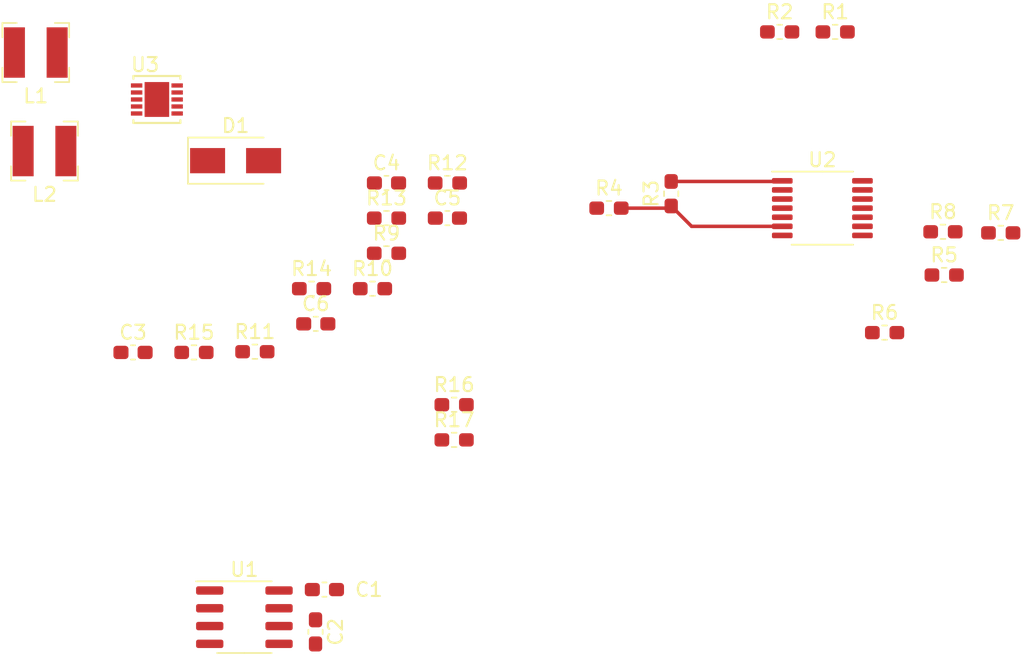
<source format=kicad_pcb>
(kicad_pcb (version 20171130) (host pcbnew "(5.1.10)-1")

  (general
    (thickness 1.6)
    (drawings 0)
    (tracks 6)
    (zones 0)
    (modules 29)
    (nets 25)
  )

  (page A4)
  (layers
    (0 F.Cu signal)
    (31 B.Cu signal)
    (32 B.Adhes user)
    (33 F.Adhes user)
    (34 B.Paste user)
    (35 F.Paste user)
    (36 B.SilkS user)
    (37 F.SilkS user)
    (38 B.Mask user)
    (39 F.Mask user)
    (40 Dwgs.User user)
    (41 Cmts.User user)
    (42 Eco1.User user)
    (43 Eco2.User user)
    (44 Edge.Cuts user)
    (45 Margin user)
    (46 B.CrtYd user)
    (47 F.CrtYd user)
    (48 B.Fab user)
    (49 F.Fab user hide)
  )

  (setup
    (last_trace_width 0.25)
    (trace_clearance 0.2)
    (zone_clearance 0.508)
    (zone_45_only no)
    (trace_min 0.2)
    (via_size 0.8)
    (via_drill 0.4)
    (via_min_size 0.4)
    (via_min_drill 0.3)
    (uvia_size 0.3)
    (uvia_drill 0.1)
    (uvias_allowed no)
    (uvia_min_size 0.2)
    (uvia_min_drill 0.1)
    (edge_width 0.05)
    (segment_width 0.2)
    (pcb_text_width 0.3)
    (pcb_text_size 1.5 1.5)
    (mod_edge_width 0.12)
    (mod_text_size 1 1)
    (mod_text_width 0.15)
    (pad_size 1.524 1.524)
    (pad_drill 0.762)
    (pad_to_mask_clearance 0)
    (aux_axis_origin 0 0)
    (visible_elements 7FFFFFFF)
    (pcbplotparams
      (layerselection 0x010fc_ffffffff)
      (usegerberextensions false)
      (usegerberattributes true)
      (usegerberadvancedattributes true)
      (creategerberjobfile true)
      (excludeedgelayer true)
      (linewidth 0.100000)
      (plotframeref false)
      (viasonmask false)
      (mode 1)
      (useauxorigin false)
      (hpglpennumber 1)
      (hpglpenspeed 20)
      (hpglpendiameter 15.000000)
      (psnegative false)
      (psa4output false)
      (plotreference true)
      (plotvalue true)
      (plotinvisibletext false)
      (padsonsilk false)
      (subtractmaskfromsilk false)
      (outputformat 1)
      (mirror false)
      (drillshape 1)
      (scaleselection 1)
      (outputdirectory ""))
  )

  (net 0 "")
  (net 1 "/Amplificador operacional/+5V")
  (net 2 GND)
  (net 3 "Net-(C2-Pad1)")
  (net 4 "Net-(C4-Pad2)")
  (net 5 "/Fuenta de voltaje/SW2")
  (net 6 "/Amplificador operacional/-15V")
  (net 7 "/Amplificador operacional/+15V")
  (net 8 "Net-(L2-Pad2)")
  (net 9 "Net-(R3-Pad2)")
  (net 10 "Net-(R3-Pad1)")
  (net 11 "Net-(R5-Pad1)")
  (net 12 "Net-(R5-Pad2)")
  (net 13 "Net-(R6-Pad1)")
  (net 14 "Net-(R7-Pad1)")
  (net 15 "Net-(J2-Pad1)")
  (net 16 "Net-(R11-Pad2)")
  (net 17 "Net-(R9-Pad2)")
  (net 18 "Net-(R10-Pad1)")
  (net 19 "Net-(R11-Pad1)")
  (net 20 "Net-(R12-Pad1)")
  (net 21 "Net-(R13-Pad1)")
  (net 22 "Net-(J1-Pad2)")
  (net 23 "Net-(J1-Pad1)")
  (net 24 "/Amplificador operacional/VOUT")

  (net_class Default "This is the default net class."
    (clearance 0.2)
    (trace_width 0.25)
    (via_dia 0.8)
    (via_drill 0.4)
    (uvia_dia 0.3)
    (uvia_drill 0.1)
    (add_net "/Amplificador operacional/+15V")
    (add_net "/Amplificador operacional/+5V")
    (add_net "/Amplificador operacional/-15V")
    (add_net "/Amplificador operacional/VOUT")
    (add_net "/Fuenta de voltaje/SW2")
    (add_net GND)
    (add_net "Net-(C2-Pad1)")
    (add_net "Net-(C4-Pad2)")
    (add_net "Net-(J1-Pad1)")
    (add_net "Net-(J1-Pad2)")
    (add_net "Net-(J2-Pad1)")
    (add_net "Net-(L2-Pad2)")
    (add_net "Net-(R10-Pad1)")
    (add_net "Net-(R11-Pad1)")
    (add_net "Net-(R11-Pad2)")
    (add_net "Net-(R12-Pad1)")
    (add_net "Net-(R13-Pad1)")
    (add_net "Net-(R3-Pad1)")
    (add_net "Net-(R3-Pad2)")
    (add_net "Net-(R5-Pad1)")
    (add_net "Net-(R5-Pad2)")
    (add_net "Net-(R6-Pad1)")
    (add_net "Net-(R7-Pad1)")
    (add_net "Net-(R9-Pad2)")
  )

  (module Capacitor_SMD:C_0603_1608Metric_Pad1.08x0.95mm_HandSolder (layer F.Cu) (tedit 5F68FEEF) (tstamp 612A44A8)
    (at 147.32 120.585 180)
    (descr "Capacitor SMD 0603 (1608 Metric), square (rectangular) end terminal, IPC_7351 nominal with elongated pad for handsoldering. (Body size source: IPC-SM-782 page 76, https://www.pcb-3d.com/wordpress/wp-content/uploads/ipc-sm-782a_amendment_1_and_2.pdf), generated with kicad-footprint-generator")
    (tags "capacitor handsolder")
    (path /6129562C/6129BDCA)
    (attr smd)
    (fp_text reference C1 (at -3.175 0) (layer F.SilkS)
      (effects (font (size 1 1) (thickness 0.15)))
    )
    (fp_text value 100n (at 0 1.43) (layer F.Fab)
      (effects (font (size 1 1) (thickness 0.15)))
    )
    (fp_line (start -0.8 0.4) (end -0.8 -0.4) (layer F.Fab) (width 0.1))
    (fp_line (start -0.8 -0.4) (end 0.8 -0.4) (layer F.Fab) (width 0.1))
    (fp_line (start 0.8 -0.4) (end 0.8 0.4) (layer F.Fab) (width 0.1))
    (fp_line (start 0.8 0.4) (end -0.8 0.4) (layer F.Fab) (width 0.1))
    (fp_line (start -0.146267 -0.51) (end 0.146267 -0.51) (layer F.SilkS) (width 0.12))
    (fp_line (start -0.146267 0.51) (end 0.146267 0.51) (layer F.SilkS) (width 0.12))
    (fp_line (start -1.65 0.73) (end -1.65 -0.73) (layer F.CrtYd) (width 0.05))
    (fp_line (start -1.65 -0.73) (end 1.65 -0.73) (layer F.CrtYd) (width 0.05))
    (fp_line (start 1.65 -0.73) (end 1.65 0.73) (layer F.CrtYd) (width 0.05))
    (fp_line (start 1.65 0.73) (end -1.65 0.73) (layer F.CrtYd) (width 0.05))
    (fp_text user %R (at 0 0) (layer F.Fab)
      (effects (font (size 0.4 0.4) (thickness 0.06)))
    )
    (pad 2 smd roundrect (at 0.8625 0 180) (size 1.075 0.95) (layers F.Cu F.Paste F.Mask) (roundrect_rratio 0.25)
      (net 1 "/Amplificador operacional/+5V"))
    (pad 1 smd roundrect (at -0.8625 0 180) (size 1.075 0.95) (layers F.Cu F.Paste F.Mask) (roundrect_rratio 0.25)
      (net 2 GND))
    (model ${KISYS3DMOD}/Capacitor_SMD.3dshapes/C_0603_1608Metric.wrl
      (at (xyz 0 0 0))
      (scale (xyz 1 1 1))
      (rotate (xyz 0 0 0))
    )
  )

  (module Capacitor_SMD:C_0603_1608Metric_Pad1.08x0.95mm_HandSolder (layer F.Cu) (tedit 5F68FEEF) (tstamp 612A44B9)
    (at 146.685 123.605 270)
    (descr "Capacitor SMD 0603 (1608 Metric), square (rectangular) end terminal, IPC_7351 nominal with elongated pad for handsoldering. (Body size source: IPC-SM-782 page 76, https://www.pcb-3d.com/wordpress/wp-content/uploads/ipc-sm-782a_amendment_1_and_2.pdf), generated with kicad-footprint-generator")
    (tags "capacitor handsolder")
    (path /6129562C/6129B661)
    (attr smd)
    (fp_text reference C2 (at 0 -1.43 90) (layer F.SilkS)
      (effects (font (size 1 1) (thickness 0.15)))
    )
    (fp_text value 1n (at 0 1.43 90) (layer F.Fab)
      (effects (font (size 1 1) (thickness 0.15)))
    )
    (fp_line (start 1.65 0.73) (end -1.65 0.73) (layer F.CrtYd) (width 0.05))
    (fp_line (start 1.65 -0.73) (end 1.65 0.73) (layer F.CrtYd) (width 0.05))
    (fp_line (start -1.65 -0.73) (end 1.65 -0.73) (layer F.CrtYd) (width 0.05))
    (fp_line (start -1.65 0.73) (end -1.65 -0.73) (layer F.CrtYd) (width 0.05))
    (fp_line (start -0.146267 0.51) (end 0.146267 0.51) (layer F.SilkS) (width 0.12))
    (fp_line (start -0.146267 -0.51) (end 0.146267 -0.51) (layer F.SilkS) (width 0.12))
    (fp_line (start 0.8 0.4) (end -0.8 0.4) (layer F.Fab) (width 0.1))
    (fp_line (start 0.8 -0.4) (end 0.8 0.4) (layer F.Fab) (width 0.1))
    (fp_line (start -0.8 -0.4) (end 0.8 -0.4) (layer F.Fab) (width 0.1))
    (fp_line (start -0.8 0.4) (end -0.8 -0.4) (layer F.Fab) (width 0.1))
    (fp_text user %R (at 0 0 90) (layer F.Fab)
      (effects (font (size 0.4 0.4) (thickness 0.06)))
    )
    (pad 1 smd roundrect (at -0.8625 0 270) (size 1.075 0.95) (layers F.Cu F.Paste F.Mask) (roundrect_rratio 0.25)
      (net 3 "Net-(C2-Pad1)"))
    (pad 2 smd roundrect (at 0.8625 0 270) (size 1.075 0.95) (layers F.Cu F.Paste F.Mask) (roundrect_rratio 0.25)
      (net 2 GND))
    (model ${KISYS3DMOD}/Capacitor_SMD.3dshapes/C_0603_1608Metric.wrl
      (at (xyz 0 0 0))
      (scale (xyz 1 1 1))
      (rotate (xyz 0 0 0))
    )
  )

  (module Capacitor_SMD:C_0603_1608Metric_Pad1.08x0.95mm_HandSolder (layer F.Cu) (tedit 5F68FEEF) (tstamp 612A44CA)
    (at 133.653401 103.647301)
    (descr "Capacitor SMD 0603 (1608 Metric), square (rectangular) end terminal, IPC_7351 nominal with elongated pad for handsoldering. (Body size source: IPC-SM-782 page 76, https://www.pcb-3d.com/wordpress/wp-content/uploads/ipc-sm-782a_amendment_1_and_2.pdf), generated with kicad-footprint-generator")
    (tags "capacitor handsolder")
    (path /612BA350/612AFCC3)
    (attr smd)
    (fp_text reference C3 (at 0 -1.43) (layer F.SilkS)
      (effects (font (size 1 1) (thickness 0.15)))
    )
    (fp_text value 1u (at 0 1.43) (layer F.Fab)
      (effects (font (size 1 1) (thickness 0.15)))
    )
    (fp_line (start 1.65 0.73) (end -1.65 0.73) (layer F.CrtYd) (width 0.05))
    (fp_line (start 1.65 -0.73) (end 1.65 0.73) (layer F.CrtYd) (width 0.05))
    (fp_line (start -1.65 -0.73) (end 1.65 -0.73) (layer F.CrtYd) (width 0.05))
    (fp_line (start -1.65 0.73) (end -1.65 -0.73) (layer F.CrtYd) (width 0.05))
    (fp_line (start -0.146267 0.51) (end 0.146267 0.51) (layer F.SilkS) (width 0.12))
    (fp_line (start -0.146267 -0.51) (end 0.146267 -0.51) (layer F.SilkS) (width 0.12))
    (fp_line (start 0.8 0.4) (end -0.8 0.4) (layer F.Fab) (width 0.1))
    (fp_line (start 0.8 -0.4) (end 0.8 0.4) (layer F.Fab) (width 0.1))
    (fp_line (start -0.8 -0.4) (end 0.8 -0.4) (layer F.Fab) (width 0.1))
    (fp_line (start -0.8 0.4) (end -0.8 -0.4) (layer F.Fab) (width 0.1))
    (fp_text user %R (at 0 0) (layer F.Fab)
      (effects (font (size 0.4 0.4) (thickness 0.06)))
    )
    (pad 1 smd roundrect (at -0.8625 0) (size 1.075 0.95) (layers F.Cu F.Paste F.Mask) (roundrect_rratio 0.25)
      (net 2 GND))
    (pad 2 smd roundrect (at 0.8625 0) (size 1.075 0.95) (layers F.Cu F.Paste F.Mask) (roundrect_rratio 0.25)
      (net 1 "/Amplificador operacional/+5V"))
    (model ${KISYS3DMOD}/Capacitor_SMD.3dshapes/C_0603_1608Metric.wrl
      (at (xyz 0 0 0))
      (scale (xyz 1 1 1))
      (rotate (xyz 0 0 0))
    )
  )

  (module Capacitor_SMD:C_0603_1608Metric_Pad1.08x0.95mm_HandSolder (layer F.Cu) (tedit 5F68FEEF) (tstamp 612A44DB)
    (at 151.753401 91.547301)
    (descr "Capacitor SMD 0603 (1608 Metric), square (rectangular) end terminal, IPC_7351 nominal with elongated pad for handsoldering. (Body size source: IPC-SM-782 page 76, https://www.pcb-3d.com/wordpress/wp-content/uploads/ipc-sm-782a_amendment_1_and_2.pdf), generated with kicad-footprint-generator")
    (tags "capacitor handsolder")
    (path /612BA350/612B3C2E)
    (attr smd)
    (fp_text reference C4 (at 0 -1.43) (layer F.SilkS)
      (effects (font (size 1 1) (thickness 0.15)))
    )
    (fp_text value 100n (at 0 1.43) (layer F.Fab)
      (effects (font (size 1 1) (thickness 0.15)))
    )
    (fp_line (start -0.8 0.4) (end -0.8 -0.4) (layer F.Fab) (width 0.1))
    (fp_line (start -0.8 -0.4) (end 0.8 -0.4) (layer F.Fab) (width 0.1))
    (fp_line (start 0.8 -0.4) (end 0.8 0.4) (layer F.Fab) (width 0.1))
    (fp_line (start 0.8 0.4) (end -0.8 0.4) (layer F.Fab) (width 0.1))
    (fp_line (start -0.146267 -0.51) (end 0.146267 -0.51) (layer F.SilkS) (width 0.12))
    (fp_line (start -0.146267 0.51) (end 0.146267 0.51) (layer F.SilkS) (width 0.12))
    (fp_line (start -1.65 0.73) (end -1.65 -0.73) (layer F.CrtYd) (width 0.05))
    (fp_line (start -1.65 -0.73) (end 1.65 -0.73) (layer F.CrtYd) (width 0.05))
    (fp_line (start 1.65 -0.73) (end 1.65 0.73) (layer F.CrtYd) (width 0.05))
    (fp_line (start 1.65 0.73) (end -1.65 0.73) (layer F.CrtYd) (width 0.05))
    (fp_text user %R (at 0 0) (layer F.Fab)
      (effects (font (size 0.4 0.4) (thickness 0.06)))
    )
    (pad 2 smd roundrect (at 0.8625 0) (size 1.075 0.95) (layers F.Cu F.Paste F.Mask) (roundrect_rratio 0.25)
      (net 4 "Net-(C4-Pad2)"))
    (pad 1 smd roundrect (at -0.8625 0) (size 1.075 0.95) (layers F.Cu F.Paste F.Mask) (roundrect_rratio 0.25)
      (net 5 "/Fuenta de voltaje/SW2"))
    (model ${KISYS3DMOD}/Capacitor_SMD.3dshapes/C_0603_1608Metric.wrl
      (at (xyz 0 0 0))
      (scale (xyz 1 1 1))
      (rotate (xyz 0 0 0))
    )
  )

  (module Capacitor_SMD:C_0603_1608Metric_Pad1.08x0.95mm_HandSolder (layer F.Cu) (tedit 5F68FEEF) (tstamp 612A44EC)
    (at 156.103401 94.057301)
    (descr "Capacitor SMD 0603 (1608 Metric), square (rectangular) end terminal, IPC_7351 nominal with elongated pad for handsoldering. (Body size source: IPC-SM-782 page 76, https://www.pcb-3d.com/wordpress/wp-content/uploads/ipc-sm-782a_amendment_1_and_2.pdf), generated with kicad-footprint-generator")
    (tags "capacitor handsolder")
    (path /612BA350/612B493A)
    (attr smd)
    (fp_text reference C5 (at 0 -1.43) (layer F.SilkS)
      (effects (font (size 1 1) (thickness 0.15)))
    )
    (fp_text value 0.47u (at 0 1.43) (layer F.Fab)
      (effects (font (size 1 1) (thickness 0.15)))
    )
    (fp_line (start 1.65 0.73) (end -1.65 0.73) (layer F.CrtYd) (width 0.05))
    (fp_line (start 1.65 -0.73) (end 1.65 0.73) (layer F.CrtYd) (width 0.05))
    (fp_line (start -1.65 -0.73) (end 1.65 -0.73) (layer F.CrtYd) (width 0.05))
    (fp_line (start -1.65 0.73) (end -1.65 -0.73) (layer F.CrtYd) (width 0.05))
    (fp_line (start -0.146267 0.51) (end 0.146267 0.51) (layer F.SilkS) (width 0.12))
    (fp_line (start -0.146267 -0.51) (end 0.146267 -0.51) (layer F.SilkS) (width 0.12))
    (fp_line (start 0.8 0.4) (end -0.8 0.4) (layer F.Fab) (width 0.1))
    (fp_line (start 0.8 -0.4) (end 0.8 0.4) (layer F.Fab) (width 0.1))
    (fp_line (start -0.8 -0.4) (end 0.8 -0.4) (layer F.Fab) (width 0.1))
    (fp_line (start -0.8 0.4) (end -0.8 -0.4) (layer F.Fab) (width 0.1))
    (fp_text user %R (at 0 0) (layer F.Fab)
      (effects (font (size 0.4 0.4) (thickness 0.06)))
    )
    (pad 1 smd roundrect (at -0.8625 0) (size 1.075 0.95) (layers F.Cu F.Paste F.Mask) (roundrect_rratio 0.25)
      (net 6 "/Amplificador operacional/-15V"))
    (pad 2 smd roundrect (at 0.8625 0) (size 1.075 0.95) (layers F.Cu F.Paste F.Mask) (roundrect_rratio 0.25)
      (net 2 GND))
    (model ${KISYS3DMOD}/Capacitor_SMD.3dshapes/C_0603_1608Metric.wrl
      (at (xyz 0 0 0))
      (scale (xyz 1 1 1))
      (rotate (xyz 0 0 0))
    )
  )

  (module Capacitor_SMD:C_0603_1608Metric_Pad1.08x0.95mm_HandSolder (layer F.Cu) (tedit 5F68FEEF) (tstamp 612A44FD)
    (at 146.703401 101.607301)
    (descr "Capacitor SMD 0603 (1608 Metric), square (rectangular) end terminal, IPC_7351 nominal with elongated pad for handsoldering. (Body size source: IPC-SM-782 page 76, https://www.pcb-3d.com/wordpress/wp-content/uploads/ipc-sm-782a_amendment_1_and_2.pdf), generated with kicad-footprint-generator")
    (tags "capacitor handsolder")
    (path /612BA350/612A729E)
    (attr smd)
    (fp_text reference C6 (at 0 -1.43) (layer F.SilkS)
      (effects (font (size 1 1) (thickness 0.15)))
    )
    (fp_text value 0.47u (at 0 1.43) (layer F.Fab)
      (effects (font (size 1 1) (thickness 0.15)))
    )
    (fp_line (start -0.8 0.4) (end -0.8 -0.4) (layer F.Fab) (width 0.1))
    (fp_line (start -0.8 -0.4) (end 0.8 -0.4) (layer F.Fab) (width 0.1))
    (fp_line (start 0.8 -0.4) (end 0.8 0.4) (layer F.Fab) (width 0.1))
    (fp_line (start 0.8 0.4) (end -0.8 0.4) (layer F.Fab) (width 0.1))
    (fp_line (start -0.146267 -0.51) (end 0.146267 -0.51) (layer F.SilkS) (width 0.12))
    (fp_line (start -0.146267 0.51) (end 0.146267 0.51) (layer F.SilkS) (width 0.12))
    (fp_line (start -1.65 0.73) (end -1.65 -0.73) (layer F.CrtYd) (width 0.05))
    (fp_line (start -1.65 -0.73) (end 1.65 -0.73) (layer F.CrtYd) (width 0.05))
    (fp_line (start 1.65 -0.73) (end 1.65 0.73) (layer F.CrtYd) (width 0.05))
    (fp_line (start 1.65 0.73) (end -1.65 0.73) (layer F.CrtYd) (width 0.05))
    (fp_text user %R (at 0 0) (layer F.Fab)
      (effects (font (size 0.4 0.4) (thickness 0.06)))
    )
    (pad 2 smd roundrect (at 0.8625 0) (size 1.075 0.95) (layers F.Cu F.Paste F.Mask) (roundrect_rratio 0.25)
      (net 2 GND))
    (pad 1 smd roundrect (at -0.8625 0) (size 1.075 0.95) (layers F.Cu F.Paste F.Mask) (roundrect_rratio 0.25)
      (net 7 "/Amplificador operacional/+15V"))
    (model ${KISYS3DMOD}/Capacitor_SMD.3dshapes/C_0603_1608Metric.wrl
      (at (xyz 0 0 0))
      (scale (xyz 1 1 1))
      (rotate (xyz 0 0 0))
    )
  )

  (module Resistor_SMD:R_0603_1608Metric_Pad1.05x0.95mm_HandSolder (layer F.Cu) (tedit 5B301BBD) (tstamp 612A4550)
    (at 183.7944 80.7593)
    (descr "Resistor SMD 0603 (1608 Metric), square (rectangular) end terminal, IPC_7351 nominal with elongated pad for handsoldering. (Body size source: http://www.tortai-tech.com/upload/download/2011102023233369053.pdf), generated with kicad-footprint-generator")
    (tags "resistor handsolder")
    (path /61295EB8/612AC256)
    (attr smd)
    (fp_text reference R1 (at 0 -1.43) (layer F.SilkS)
      (effects (font (size 1 1) (thickness 0.15)))
    )
    (fp_text value 10k (at 0 1.43) (layer F.Fab)
      (effects (font (size 1 1) (thickness 0.15)))
    )
    (fp_line (start 1.65 0.73) (end -1.65 0.73) (layer F.CrtYd) (width 0.05))
    (fp_line (start 1.65 -0.73) (end 1.65 0.73) (layer F.CrtYd) (width 0.05))
    (fp_line (start -1.65 -0.73) (end 1.65 -0.73) (layer F.CrtYd) (width 0.05))
    (fp_line (start -1.65 0.73) (end -1.65 -0.73) (layer F.CrtYd) (width 0.05))
    (fp_line (start -0.171267 0.51) (end 0.171267 0.51) (layer F.SilkS) (width 0.12))
    (fp_line (start -0.171267 -0.51) (end 0.171267 -0.51) (layer F.SilkS) (width 0.12))
    (fp_line (start 0.8 0.4) (end -0.8 0.4) (layer F.Fab) (width 0.1))
    (fp_line (start 0.8 -0.4) (end 0.8 0.4) (layer F.Fab) (width 0.1))
    (fp_line (start -0.8 -0.4) (end 0.8 -0.4) (layer F.Fab) (width 0.1))
    (fp_line (start -0.8 0.4) (end -0.8 -0.4) (layer F.Fab) (width 0.1))
    (fp_text user %R (at 0 0) (layer F.Fab)
      (effects (font (size 0.4 0.4) (thickness 0.06)))
    )
    (pad 1 smd roundrect (at -0.875 0) (size 1.05 0.95) (layers F.Cu F.Paste F.Mask) (roundrect_rratio 0.25))
    (pad 2 smd roundrect (at 0.875 0) (size 1.05 0.95) (layers F.Cu F.Paste F.Mask) (roundrect_rratio 0.25)
      (net 1 "/Amplificador operacional/+5V"))
    (model ${KISYS3DMOD}/Resistor_SMD.3dshapes/R_0603_1608Metric.wrl
      (at (xyz 0 0 0))
      (scale (xyz 1 1 1))
      (rotate (xyz 0 0 0))
    )
  )

  (module Resistor_SMD:R_0603_1608Metric_Pad1.05x0.95mm_HandSolder (layer F.Cu) (tedit 5B301BBD) (tstamp 612A4561)
    (at 179.8307 80.7593)
    (descr "Resistor SMD 0603 (1608 Metric), square (rectangular) end terminal, IPC_7351 nominal with elongated pad for handsoldering. (Body size source: http://www.tortai-tech.com/upload/download/2011102023233369053.pdf), generated with kicad-footprint-generator")
    (tags "resistor handsolder")
    (path /61295EB8/612AC74F)
    (attr smd)
    (fp_text reference R2 (at 0 -1.43) (layer F.SilkS)
      (effects (font (size 1 1) (thickness 0.15)))
    )
    (fp_text value 10k (at 0 1.43) (layer F.Fab)
      (effects (font (size 1 1) (thickness 0.15)))
    )
    (fp_line (start -0.8 0.4) (end -0.8 -0.4) (layer F.Fab) (width 0.1))
    (fp_line (start -0.8 -0.4) (end 0.8 -0.4) (layer F.Fab) (width 0.1))
    (fp_line (start 0.8 -0.4) (end 0.8 0.4) (layer F.Fab) (width 0.1))
    (fp_line (start 0.8 0.4) (end -0.8 0.4) (layer F.Fab) (width 0.1))
    (fp_line (start -0.171267 -0.51) (end 0.171267 -0.51) (layer F.SilkS) (width 0.12))
    (fp_line (start -0.171267 0.51) (end 0.171267 0.51) (layer F.SilkS) (width 0.12))
    (fp_line (start -1.65 0.73) (end -1.65 -0.73) (layer F.CrtYd) (width 0.05))
    (fp_line (start -1.65 -0.73) (end 1.65 -0.73) (layer F.CrtYd) (width 0.05))
    (fp_line (start 1.65 -0.73) (end 1.65 0.73) (layer F.CrtYd) (width 0.05))
    (fp_line (start 1.65 0.73) (end -1.65 0.73) (layer F.CrtYd) (width 0.05))
    (fp_text user %R (at 0 0) (layer F.Fab)
      (effects (font (size 0.4 0.4) (thickness 0.06)))
    )
    (pad 2 smd roundrect (at 0.875 0) (size 1.05 0.95) (layers F.Cu F.Paste F.Mask) (roundrect_rratio 0.25))
    (pad 1 smd roundrect (at -0.875 0) (size 1.05 0.95) (layers F.Cu F.Paste F.Mask) (roundrect_rratio 0.25)
      (net 2 GND))
    (model ${KISYS3DMOD}/Resistor_SMD.3dshapes/R_0603_1608Metric.wrl
      (at (xyz 0 0 0))
      (scale (xyz 1 1 1))
      (rotate (xyz 0 0 0))
    )
  )

  (module Resistor_SMD:R_0603_1608Metric_Pad1.05x0.95mm_HandSolder (layer F.Cu) (tedit 5B301BBD) (tstamp 612A4572)
    (at 172.085 92.315 90)
    (descr "Resistor SMD 0603 (1608 Metric), square (rectangular) end terminal, IPC_7351 nominal with elongated pad for handsoldering. (Body size source: http://www.tortai-tech.com/upload/download/2011102023233369053.pdf), generated with kicad-footprint-generator")
    (tags "resistor handsolder")
    (path /61295EB8/612A108C)
    (attr smd)
    (fp_text reference R3 (at 0 -1.43 90) (layer F.SilkS)
      (effects (font (size 1 1) (thickness 0.15)))
    )
    (fp_text value 10k (at 0 1.43 90) (layer F.Fab)
      (effects (font (size 1 1) (thickness 0.15)))
    )
    (fp_line (start -0.8 0.4) (end -0.8 -0.4) (layer F.Fab) (width 0.1))
    (fp_line (start -0.8 -0.4) (end 0.8 -0.4) (layer F.Fab) (width 0.1))
    (fp_line (start 0.8 -0.4) (end 0.8 0.4) (layer F.Fab) (width 0.1))
    (fp_line (start 0.8 0.4) (end -0.8 0.4) (layer F.Fab) (width 0.1))
    (fp_line (start -0.171267 -0.51) (end 0.171267 -0.51) (layer F.SilkS) (width 0.12))
    (fp_line (start -0.171267 0.51) (end 0.171267 0.51) (layer F.SilkS) (width 0.12))
    (fp_line (start -1.65 0.73) (end -1.65 -0.73) (layer F.CrtYd) (width 0.05))
    (fp_line (start -1.65 -0.73) (end 1.65 -0.73) (layer F.CrtYd) (width 0.05))
    (fp_line (start 1.65 -0.73) (end 1.65 0.73) (layer F.CrtYd) (width 0.05))
    (fp_line (start 1.65 0.73) (end -1.65 0.73) (layer F.CrtYd) (width 0.05))
    (fp_text user %R (at 0 0 90) (layer F.Fab)
      (effects (font (size 0.4 0.4) (thickness 0.06)))
    )
    (pad 2 smd roundrect (at 0.875 0 90) (size 1.05 0.95) (layers F.Cu F.Paste F.Mask) (roundrect_rratio 0.25)
      (net 9 "Net-(R3-Pad2)"))
    (pad 1 smd roundrect (at -0.875 0 90) (size 1.05 0.95) (layers F.Cu F.Paste F.Mask) (roundrect_rratio 0.25)
      (net 10 "Net-(R3-Pad1)"))
    (model ${KISYS3DMOD}/Resistor_SMD.3dshapes/R_0603_1608Metric.wrl
      (at (xyz 0 0 0))
      (scale (xyz 1 1 1))
      (rotate (xyz 0 0 0))
    )
  )

  (module Resistor_SMD:R_0603_1608Metric_Pad1.05x0.95mm_HandSolder (layer F.Cu) (tedit 5B301BBD) (tstamp 612A4583)
    (at 167.64 93.345)
    (descr "Resistor SMD 0603 (1608 Metric), square (rectangular) end terminal, IPC_7351 nominal with elongated pad for handsoldering. (Body size source: http://www.tortai-tech.com/upload/download/2011102023233369053.pdf), generated with kicad-footprint-generator")
    (tags "resistor handsolder")
    (path /61295EB8/612A1B0F)
    (attr smd)
    (fp_text reference R4 (at 0 -1.43) (layer F.SilkS)
      (effects (font (size 1 1) (thickness 0.15)))
    )
    (fp_text value 10k (at 0 1.43) (layer F.Fab)
      (effects (font (size 1 1) (thickness 0.15)))
    )
    (fp_line (start 1.65 0.73) (end -1.65 0.73) (layer F.CrtYd) (width 0.05))
    (fp_line (start 1.65 -0.73) (end 1.65 0.73) (layer F.CrtYd) (width 0.05))
    (fp_line (start -1.65 -0.73) (end 1.65 -0.73) (layer F.CrtYd) (width 0.05))
    (fp_line (start -1.65 0.73) (end -1.65 -0.73) (layer F.CrtYd) (width 0.05))
    (fp_line (start -0.171267 0.51) (end 0.171267 0.51) (layer F.SilkS) (width 0.12))
    (fp_line (start -0.171267 -0.51) (end 0.171267 -0.51) (layer F.SilkS) (width 0.12))
    (fp_line (start 0.8 0.4) (end -0.8 0.4) (layer F.Fab) (width 0.1))
    (fp_line (start 0.8 -0.4) (end 0.8 0.4) (layer F.Fab) (width 0.1))
    (fp_line (start -0.8 -0.4) (end 0.8 -0.4) (layer F.Fab) (width 0.1))
    (fp_line (start -0.8 0.4) (end -0.8 -0.4) (layer F.Fab) (width 0.1))
    (fp_text user %R (at 0 0) (layer F.Fab)
      (effects (font (size 0.4 0.4) (thickness 0.06)))
    )
    (pad 1 smd roundrect (at -0.875 0) (size 1.05 0.95) (layers F.Cu F.Paste F.Mask) (roundrect_rratio 0.25)
      (net 2 GND))
    (pad 2 smd roundrect (at 0.875 0) (size 1.05 0.95) (layers F.Cu F.Paste F.Mask) (roundrect_rratio 0.25)
      (net 10 "Net-(R3-Pad1)"))
    (model ${KISYS3DMOD}/Resistor_SMD.3dshapes/R_0603_1608Metric.wrl
      (at (xyz 0 0 0))
      (scale (xyz 1 1 1))
      (rotate (xyz 0 0 0))
    )
  )

  (module Resistor_SMD:R_0603_1608Metric_Pad1.05x0.95mm_HandSolder (layer F.Cu) (tedit 5B301BBD) (tstamp 612A4594)
    (at 191.5795 98.1202)
    (descr "Resistor SMD 0603 (1608 Metric), square (rectangular) end terminal, IPC_7351 nominal with elongated pad for handsoldering. (Body size source: http://www.tortai-tech.com/upload/download/2011102023233369053.pdf), generated with kicad-footprint-generator")
    (tags "resistor handsolder")
    (path /61295EB8/612A9E56)
    (attr smd)
    (fp_text reference R5 (at 0 -1.43) (layer F.SilkS)
      (effects (font (size 1 1) (thickness 0.15)))
    )
    (fp_text value 10k (at 0 1.43) (layer F.Fab)
      (effects (font (size 1 1) (thickness 0.15)))
    )
    (fp_line (start 1.65 0.73) (end -1.65 0.73) (layer F.CrtYd) (width 0.05))
    (fp_line (start 1.65 -0.73) (end 1.65 0.73) (layer F.CrtYd) (width 0.05))
    (fp_line (start -1.65 -0.73) (end 1.65 -0.73) (layer F.CrtYd) (width 0.05))
    (fp_line (start -1.65 0.73) (end -1.65 -0.73) (layer F.CrtYd) (width 0.05))
    (fp_line (start -0.171267 0.51) (end 0.171267 0.51) (layer F.SilkS) (width 0.12))
    (fp_line (start -0.171267 -0.51) (end 0.171267 -0.51) (layer F.SilkS) (width 0.12))
    (fp_line (start 0.8 0.4) (end -0.8 0.4) (layer F.Fab) (width 0.1))
    (fp_line (start 0.8 -0.4) (end 0.8 0.4) (layer F.Fab) (width 0.1))
    (fp_line (start -0.8 -0.4) (end 0.8 -0.4) (layer F.Fab) (width 0.1))
    (fp_line (start -0.8 0.4) (end -0.8 -0.4) (layer F.Fab) (width 0.1))
    (fp_text user %R (at 0 0) (layer F.Fab)
      (effects (font (size 0.4 0.4) (thickness 0.06)))
    )
    (pad 1 smd roundrect (at -0.875 0) (size 1.05 0.95) (layers F.Cu F.Paste F.Mask) (roundrect_rratio 0.25)
      (net 11 "Net-(R5-Pad1)"))
    (pad 2 smd roundrect (at 0.875 0) (size 1.05 0.95) (layers F.Cu F.Paste F.Mask) (roundrect_rratio 0.25)
      (net 12 "Net-(R5-Pad2)"))
    (model ${KISYS3DMOD}/Resistor_SMD.3dshapes/R_0603_1608Metric.wrl
      (at (xyz 0 0 0))
      (scale (xyz 1 1 1))
      (rotate (xyz 0 0 0))
    )
  )

  (module Resistor_SMD:R_0603_1608Metric_Pad1.05x0.95mm_HandSolder (layer F.Cu) (tedit 5B301BBD) (tstamp 612A45A5)
    (at 187.325 102.235)
    (descr "Resistor SMD 0603 (1608 Metric), square (rectangular) end terminal, IPC_7351 nominal with elongated pad for handsoldering. (Body size source: http://www.tortai-tech.com/upload/download/2011102023233369053.pdf), generated with kicad-footprint-generator")
    (tags "resistor handsolder")
    (path /61295EB8/612A684D)
    (attr smd)
    (fp_text reference R6 (at 0 -1.43) (layer F.SilkS)
      (effects (font (size 1 1) (thickness 0.15)))
    )
    (fp_text value 10k (at 0 1.43) (layer F.Fab)
      (effects (font (size 1 1) (thickness 0.15)))
    )
    (fp_line (start -0.8 0.4) (end -0.8 -0.4) (layer F.Fab) (width 0.1))
    (fp_line (start -0.8 -0.4) (end 0.8 -0.4) (layer F.Fab) (width 0.1))
    (fp_line (start 0.8 -0.4) (end 0.8 0.4) (layer F.Fab) (width 0.1))
    (fp_line (start 0.8 0.4) (end -0.8 0.4) (layer F.Fab) (width 0.1))
    (fp_line (start -0.171267 -0.51) (end 0.171267 -0.51) (layer F.SilkS) (width 0.12))
    (fp_line (start -0.171267 0.51) (end 0.171267 0.51) (layer F.SilkS) (width 0.12))
    (fp_line (start -1.65 0.73) (end -1.65 -0.73) (layer F.CrtYd) (width 0.05))
    (fp_line (start -1.65 -0.73) (end 1.65 -0.73) (layer F.CrtYd) (width 0.05))
    (fp_line (start 1.65 -0.73) (end 1.65 0.73) (layer F.CrtYd) (width 0.05))
    (fp_line (start 1.65 0.73) (end -1.65 0.73) (layer F.CrtYd) (width 0.05))
    (fp_text user %R (at 0 0) (layer F.Fab)
      (effects (font (size 0.4 0.4) (thickness 0.06)))
    )
    (pad 2 smd roundrect (at 0.875 0) (size 1.05 0.95) (layers F.Cu F.Paste F.Mask) (roundrect_rratio 0.25)
      (net 11 "Net-(R5-Pad1)"))
    (pad 1 smd roundrect (at -0.875 0) (size 1.05 0.95) (layers F.Cu F.Paste F.Mask) (roundrect_rratio 0.25)
      (net 13 "Net-(R6-Pad1)"))
    (model ${KISYS3DMOD}/Resistor_SMD.3dshapes/R_0603_1608Metric.wrl
      (at (xyz 0 0 0))
      (scale (xyz 1 1 1))
      (rotate (xyz 0 0 0))
    )
  )

  (module Resistor_SMD:R_0603_1608Metric_Pad1.05x0.95mm_HandSolder (layer F.Cu) (tedit 5B301BBD) (tstamp 612A45B6)
    (at 195.6181 95.1103)
    (descr "Resistor SMD 0603 (1608 Metric), square (rectangular) end terminal, IPC_7351 nominal with elongated pad for handsoldering. (Body size source: http://www.tortai-tech.com/upload/download/2011102023233369053.pdf), generated with kicad-footprint-generator")
    (tags "resistor handsolder")
    (path /61295EB8/612B279D)
    (attr smd)
    (fp_text reference R7 (at 0 -1.43) (layer F.SilkS)
      (effects (font (size 1 1) (thickness 0.15)))
    )
    (fp_text value 10k (at 0 1.43) (layer F.Fab)
      (effects (font (size 1 1) (thickness 0.15)))
    )
    (fp_line (start 1.65 0.73) (end -1.65 0.73) (layer F.CrtYd) (width 0.05))
    (fp_line (start 1.65 -0.73) (end 1.65 0.73) (layer F.CrtYd) (width 0.05))
    (fp_line (start -1.65 -0.73) (end 1.65 -0.73) (layer F.CrtYd) (width 0.05))
    (fp_line (start -1.65 0.73) (end -1.65 -0.73) (layer F.CrtYd) (width 0.05))
    (fp_line (start -0.171267 0.51) (end 0.171267 0.51) (layer F.SilkS) (width 0.12))
    (fp_line (start -0.171267 -0.51) (end 0.171267 -0.51) (layer F.SilkS) (width 0.12))
    (fp_line (start 0.8 0.4) (end -0.8 0.4) (layer F.Fab) (width 0.1))
    (fp_line (start 0.8 -0.4) (end 0.8 0.4) (layer F.Fab) (width 0.1))
    (fp_line (start -0.8 -0.4) (end 0.8 -0.4) (layer F.Fab) (width 0.1))
    (fp_line (start -0.8 0.4) (end -0.8 -0.4) (layer F.Fab) (width 0.1))
    (fp_text user %R (at 0 0) (layer F.Fab)
      (effects (font (size 0.4 0.4) (thickness 0.06)))
    )
    (pad 1 smd roundrect (at -0.875 0) (size 1.05 0.95) (layers F.Cu F.Paste F.Mask) (roundrect_rratio 0.25)
      (net 14 "Net-(R7-Pad1)"))
    (pad 2 smd roundrect (at 0.875 0) (size 1.05 0.95) (layers F.Cu F.Paste F.Mask) (roundrect_rratio 0.25)
      (net 2 GND))
    (model ${KISYS3DMOD}/Resistor_SMD.3dshapes/R_0603_1608Metric.wrl
      (at (xyz 0 0 0))
      (scale (xyz 1 1 1))
      (rotate (xyz 0 0 0))
    )
  )

  (module Resistor_SMD:R_0603_1608Metric_Pad1.05x0.95mm_HandSolder (layer F.Cu) (tedit 5B301BBD) (tstamp 612A45C7)
    (at 191.4906 95.0341)
    (descr "Resistor SMD 0603 (1608 Metric), square (rectangular) end terminal, IPC_7351 nominal with elongated pad for handsoldering. (Body size source: http://www.tortai-tech.com/upload/download/2011102023233369053.pdf), generated with kicad-footprint-generator")
    (tags "resistor handsolder")
    (path /61295EB8/612B2BCD)
    (attr smd)
    (fp_text reference R8 (at 0 -1.43) (layer F.SilkS)
      (effects (font (size 1 1) (thickness 0.15)))
    )
    (fp_text value 10k (at 0 1.43) (layer F.Fab)
      (effects (font (size 1 1) (thickness 0.15)))
    )
    (fp_line (start -0.8 0.4) (end -0.8 -0.4) (layer F.Fab) (width 0.1))
    (fp_line (start -0.8 -0.4) (end 0.8 -0.4) (layer F.Fab) (width 0.1))
    (fp_line (start 0.8 -0.4) (end 0.8 0.4) (layer F.Fab) (width 0.1))
    (fp_line (start 0.8 0.4) (end -0.8 0.4) (layer F.Fab) (width 0.1))
    (fp_line (start -0.171267 -0.51) (end 0.171267 -0.51) (layer F.SilkS) (width 0.12))
    (fp_line (start -0.171267 0.51) (end 0.171267 0.51) (layer F.SilkS) (width 0.12))
    (fp_line (start -1.65 0.73) (end -1.65 -0.73) (layer F.CrtYd) (width 0.05))
    (fp_line (start -1.65 -0.73) (end 1.65 -0.73) (layer F.CrtYd) (width 0.05))
    (fp_line (start 1.65 -0.73) (end 1.65 0.73) (layer F.CrtYd) (width 0.05))
    (fp_line (start 1.65 0.73) (end -1.65 0.73) (layer F.CrtYd) (width 0.05))
    (fp_text user %R (at 0 0) (layer F.Fab)
      (effects (font (size 0.4 0.4) (thickness 0.06)))
    )
    (pad 2 smd roundrect (at 0.875 0) (size 1.05 0.95) (layers F.Cu F.Paste F.Mask) (roundrect_rratio 0.25)
      (net 14 "Net-(R7-Pad1)"))
    (pad 1 smd roundrect (at -0.875 0) (size 1.05 0.95) (layers F.Cu F.Paste F.Mask) (roundrect_rratio 0.25)
      (net 15 "Net-(J2-Pad1)"))
    (model ${KISYS3DMOD}/Resistor_SMD.3dshapes/R_0603_1608Metric.wrl
      (at (xyz 0 0 0))
      (scale (xyz 1 1 1))
      (rotate (xyz 0 0 0))
    )
  )

  (module Resistor_SMD:R_0603_1608Metric_Pad1.05x0.95mm_HandSolder (layer F.Cu) (tedit 5B301BBD) (tstamp 612A45D8)
    (at 151.753401 96.567301)
    (descr "Resistor SMD 0603 (1608 Metric), square (rectangular) end terminal, IPC_7351 nominal with elongated pad for handsoldering. (Body size source: http://www.tortai-tech.com/upload/download/2011102023233369053.pdf), generated with kicad-footprint-generator")
    (tags "resistor handsolder")
    (path /612BA350/612BB2FB)
    (attr smd)
    (fp_text reference R9 (at 0 -1.43) (layer F.SilkS)
      (effects (font (size 1 1) (thickness 0.15)))
    )
    (fp_text value 1k (at 0 1.43) (layer F.Fab)
      (effects (font (size 1 1) (thickness 0.15)))
    )
    (fp_line (start 1.65 0.73) (end -1.65 0.73) (layer F.CrtYd) (width 0.05))
    (fp_line (start 1.65 -0.73) (end 1.65 0.73) (layer F.CrtYd) (width 0.05))
    (fp_line (start -1.65 -0.73) (end 1.65 -0.73) (layer F.CrtYd) (width 0.05))
    (fp_line (start -1.65 0.73) (end -1.65 -0.73) (layer F.CrtYd) (width 0.05))
    (fp_line (start -0.171267 0.51) (end 0.171267 0.51) (layer F.SilkS) (width 0.12))
    (fp_line (start -0.171267 -0.51) (end 0.171267 -0.51) (layer F.SilkS) (width 0.12))
    (fp_line (start 0.8 0.4) (end -0.8 0.4) (layer F.Fab) (width 0.1))
    (fp_line (start 0.8 -0.4) (end 0.8 0.4) (layer F.Fab) (width 0.1))
    (fp_line (start -0.8 -0.4) (end 0.8 -0.4) (layer F.Fab) (width 0.1))
    (fp_line (start -0.8 0.4) (end -0.8 -0.4) (layer F.Fab) (width 0.1))
    (fp_text user %R (at 0 0) (layer F.Fab)
      (effects (font (size 0.4 0.4) (thickness 0.06)))
    )
    (pad 1 smd roundrect (at -0.875 0) (size 1.05 0.95) (layers F.Cu F.Paste F.Mask) (roundrect_rratio 0.25)
      (net 16 "Net-(R11-Pad2)"))
    (pad 2 smd roundrect (at 0.875 0) (size 1.05 0.95) (layers F.Cu F.Paste F.Mask) (roundrect_rratio 0.25)
      (net 17 "Net-(R9-Pad2)"))
    (model ${KISYS3DMOD}/Resistor_SMD.3dshapes/R_0603_1608Metric.wrl
      (at (xyz 0 0 0))
      (scale (xyz 1 1 1))
      (rotate (xyz 0 0 0))
    )
  )

  (module Resistor_SMD:R_0603_1608Metric_Pad1.05x0.95mm_HandSolder (layer F.Cu) (tedit 5B301BBD) (tstamp 612A45E9)
    (at 150.753401 99.097301)
    (descr "Resistor SMD 0603 (1608 Metric), square (rectangular) end terminal, IPC_7351 nominal with elongated pad for handsoldering. (Body size source: http://www.tortai-tech.com/upload/download/2011102023233369053.pdf), generated with kicad-footprint-generator")
    (tags "resistor handsolder")
    (path /612BA350/612A6CAC)
    (attr smd)
    (fp_text reference R10 (at 0 -1.43) (layer F.SilkS)
      (effects (font (size 1 1) (thickness 0.15)))
    )
    (fp_text value 10k (at 0 1.43) (layer F.Fab)
      (effects (font (size 1 1) (thickness 0.15)))
    )
    (fp_line (start 1.65 0.73) (end -1.65 0.73) (layer F.CrtYd) (width 0.05))
    (fp_line (start 1.65 -0.73) (end 1.65 0.73) (layer F.CrtYd) (width 0.05))
    (fp_line (start -1.65 -0.73) (end 1.65 -0.73) (layer F.CrtYd) (width 0.05))
    (fp_line (start -1.65 0.73) (end -1.65 -0.73) (layer F.CrtYd) (width 0.05))
    (fp_line (start -0.171267 0.51) (end 0.171267 0.51) (layer F.SilkS) (width 0.12))
    (fp_line (start -0.171267 -0.51) (end 0.171267 -0.51) (layer F.SilkS) (width 0.12))
    (fp_line (start 0.8 0.4) (end -0.8 0.4) (layer F.Fab) (width 0.1))
    (fp_line (start 0.8 -0.4) (end 0.8 0.4) (layer F.Fab) (width 0.1))
    (fp_line (start -0.8 -0.4) (end 0.8 -0.4) (layer F.Fab) (width 0.1))
    (fp_line (start -0.8 0.4) (end -0.8 -0.4) (layer F.Fab) (width 0.1))
    (fp_text user %R (at 0 0) (layer F.Fab)
      (effects (font (size 0.4 0.4) (thickness 0.06)))
    )
    (pad 1 smd roundrect (at -0.875 0) (size 1.05 0.95) (layers F.Cu F.Paste F.Mask) (roundrect_rratio 0.25)
      (net 18 "Net-(R10-Pad1)"))
    (pad 2 smd roundrect (at 0.875 0) (size 1.05 0.95) (layers F.Cu F.Paste F.Mask) (roundrect_rratio 0.25)
      (net 7 "/Amplificador operacional/+15V"))
    (model ${KISYS3DMOD}/Resistor_SMD.3dshapes/R_0603_1608Metric.wrl
      (at (xyz 0 0 0))
      (scale (xyz 1 1 1))
      (rotate (xyz 0 0 0))
    )
  )

  (module Resistor_SMD:R_0603_1608Metric_Pad1.05x0.95mm_HandSolder (layer F.Cu) (tedit 5B301BBD) (tstamp 612A45FA)
    (at 142.353401 103.597301)
    (descr "Resistor SMD 0603 (1608 Metric), square (rectangular) end terminal, IPC_7351 nominal with elongated pad for handsoldering. (Body size source: http://www.tortai-tech.com/upload/download/2011102023233369053.pdf), generated with kicad-footprint-generator")
    (tags "resistor handsolder")
    (path /612BA350/612BB824)
    (attr smd)
    (fp_text reference R11 (at 0 -1.43) (layer F.SilkS)
      (effects (font (size 1 1) (thickness 0.15)))
    )
    (fp_text value 1k (at 0 1.43) (layer F.Fab)
      (effects (font (size 1 1) (thickness 0.15)))
    )
    (fp_line (start -0.8 0.4) (end -0.8 -0.4) (layer F.Fab) (width 0.1))
    (fp_line (start -0.8 -0.4) (end 0.8 -0.4) (layer F.Fab) (width 0.1))
    (fp_line (start 0.8 -0.4) (end 0.8 0.4) (layer F.Fab) (width 0.1))
    (fp_line (start 0.8 0.4) (end -0.8 0.4) (layer F.Fab) (width 0.1))
    (fp_line (start -0.171267 -0.51) (end 0.171267 -0.51) (layer F.SilkS) (width 0.12))
    (fp_line (start -0.171267 0.51) (end 0.171267 0.51) (layer F.SilkS) (width 0.12))
    (fp_line (start -1.65 0.73) (end -1.65 -0.73) (layer F.CrtYd) (width 0.05))
    (fp_line (start -1.65 -0.73) (end 1.65 -0.73) (layer F.CrtYd) (width 0.05))
    (fp_line (start 1.65 -0.73) (end 1.65 0.73) (layer F.CrtYd) (width 0.05))
    (fp_line (start 1.65 0.73) (end -1.65 0.73) (layer F.CrtYd) (width 0.05))
    (fp_text user %R (at 0 0) (layer F.Fab)
      (effects (font (size 0.4 0.4) (thickness 0.06)))
    )
    (pad 2 smd roundrect (at 0.875 0) (size 1.05 0.95) (layers F.Cu F.Paste F.Mask) (roundrect_rratio 0.25)
      (net 16 "Net-(R11-Pad2)"))
    (pad 1 smd roundrect (at -0.875 0) (size 1.05 0.95) (layers F.Cu F.Paste F.Mask) (roundrect_rratio 0.25)
      (net 19 "Net-(R11-Pad1)"))
    (model ${KISYS3DMOD}/Resistor_SMD.3dshapes/R_0603_1608Metric.wrl
      (at (xyz 0 0 0))
      (scale (xyz 1 1 1))
      (rotate (xyz 0 0 0))
    )
  )

  (module Resistor_SMD:R_0603_1608Metric_Pad1.05x0.95mm_HandSolder (layer F.Cu) (tedit 5B301BBD) (tstamp 612A460B)
    (at 156.103401 91.547301)
    (descr "Resistor SMD 0603 (1608 Metric), square (rectangular) end terminal, IPC_7351 nominal with elongated pad for handsoldering. (Body size source: http://www.tortai-tech.com/upload/download/2011102023233369053.pdf), generated with kicad-footprint-generator")
    (tags "resistor handsolder")
    (path /612BA350/612B5F03)
    (attr smd)
    (fp_text reference R12 (at 0 -1.43) (layer F.SilkS)
      (effects (font (size 1 1) (thickness 0.15)))
    )
    (fp_text value 1k (at 0 1.43) (layer F.Fab)
      (effects (font (size 1 1) (thickness 0.15)))
    )
    (fp_line (start 1.65 0.73) (end -1.65 0.73) (layer F.CrtYd) (width 0.05))
    (fp_line (start 1.65 -0.73) (end 1.65 0.73) (layer F.CrtYd) (width 0.05))
    (fp_line (start -1.65 -0.73) (end 1.65 -0.73) (layer F.CrtYd) (width 0.05))
    (fp_line (start -1.65 0.73) (end -1.65 -0.73) (layer F.CrtYd) (width 0.05))
    (fp_line (start -0.171267 0.51) (end 0.171267 0.51) (layer F.SilkS) (width 0.12))
    (fp_line (start -0.171267 -0.51) (end 0.171267 -0.51) (layer F.SilkS) (width 0.12))
    (fp_line (start 0.8 0.4) (end -0.8 0.4) (layer F.Fab) (width 0.1))
    (fp_line (start 0.8 -0.4) (end 0.8 0.4) (layer F.Fab) (width 0.1))
    (fp_line (start -0.8 -0.4) (end 0.8 -0.4) (layer F.Fab) (width 0.1))
    (fp_line (start -0.8 0.4) (end -0.8 -0.4) (layer F.Fab) (width 0.1))
    (fp_text user %R (at 0 0) (layer F.Fab)
      (effects (font (size 0.4 0.4) (thickness 0.06)))
    )
    (pad 1 smd roundrect (at -0.875 0) (size 1.05 0.95) (layers F.Cu F.Paste F.Mask) (roundrect_rratio 0.25)
      (net 20 "Net-(R12-Pad1)"))
    (pad 2 smd roundrect (at 0.875 0) (size 1.05 0.95) (layers F.Cu F.Paste F.Mask) (roundrect_rratio 0.25)
      (net 18 "Net-(R10-Pad1)"))
    (model ${KISYS3DMOD}/Resistor_SMD.3dshapes/R_0603_1608Metric.wrl
      (at (xyz 0 0 0))
      (scale (xyz 1 1 1))
      (rotate (xyz 0 0 0))
    )
  )

  (module Resistor_SMD:R_0603_1608Metric_Pad1.05x0.95mm_HandSolder (layer F.Cu) (tedit 5B301BBD) (tstamp 612A461C)
    (at 151.753401 94.057301)
    (descr "Resistor SMD 0603 (1608 Metric), square (rectangular) end terminal, IPC_7351 nominal with elongated pad for handsoldering. (Body size source: http://www.tortai-tech.com/upload/download/2011102023233369053.pdf), generated with kicad-footprint-generator")
    (tags "resistor handsolder")
    (path /612BA350/612BBEB1)
    (attr smd)
    (fp_text reference R13 (at 0 -1.43) (layer F.SilkS)
      (effects (font (size 1 1) (thickness 0.15)))
    )
    (fp_text value 1k (at 0 1.43) (layer F.Fab)
      (effects (font (size 1 1) (thickness 0.15)))
    )
    (fp_line (start 1.65 0.73) (end -1.65 0.73) (layer F.CrtYd) (width 0.05))
    (fp_line (start 1.65 -0.73) (end 1.65 0.73) (layer F.CrtYd) (width 0.05))
    (fp_line (start -1.65 -0.73) (end 1.65 -0.73) (layer F.CrtYd) (width 0.05))
    (fp_line (start -1.65 0.73) (end -1.65 -0.73) (layer F.CrtYd) (width 0.05))
    (fp_line (start -0.171267 0.51) (end 0.171267 0.51) (layer F.SilkS) (width 0.12))
    (fp_line (start -0.171267 -0.51) (end 0.171267 -0.51) (layer F.SilkS) (width 0.12))
    (fp_line (start 0.8 0.4) (end -0.8 0.4) (layer F.Fab) (width 0.1))
    (fp_line (start 0.8 -0.4) (end 0.8 0.4) (layer F.Fab) (width 0.1))
    (fp_line (start -0.8 -0.4) (end 0.8 -0.4) (layer F.Fab) (width 0.1))
    (fp_line (start -0.8 0.4) (end -0.8 -0.4) (layer F.Fab) (width 0.1))
    (fp_text user %R (at 0 0) (layer F.Fab)
      (effects (font (size 0.4 0.4) (thickness 0.06)))
    )
    (pad 1 smd roundrect (at -0.875 0) (size 1.05 0.95) (layers F.Cu F.Paste F.Mask) (roundrect_rratio 0.25)
      (net 21 "Net-(R13-Pad1)"))
    (pad 2 smd roundrect (at 0.875 0) (size 1.05 0.95) (layers F.Cu F.Paste F.Mask) (roundrect_rratio 0.25)
      (net 19 "Net-(R11-Pad1)"))
    (model ${KISYS3DMOD}/Resistor_SMD.3dshapes/R_0603_1608Metric.wrl
      (at (xyz 0 0 0))
      (scale (xyz 1 1 1))
      (rotate (xyz 0 0 0))
    )
  )

  (module Resistor_SMD:R_0603_1608Metric_Pad1.05x0.95mm_HandSolder (layer F.Cu) (tedit 5B301BBD) (tstamp 612A462D)
    (at 146.403401 99.097301)
    (descr "Resistor SMD 0603 (1608 Metric), square (rectangular) end terminal, IPC_7351 nominal with elongated pad for handsoldering. (Body size source: http://www.tortai-tech.com/upload/download/2011102023233369053.pdf), generated with kicad-footprint-generator")
    (tags "resistor handsolder")
    (path /612BA350/612BC23F)
    (attr smd)
    (fp_text reference R14 (at 0 -1.43) (layer F.SilkS)
      (effects (font (size 1 1) (thickness 0.15)))
    )
    (fp_text value 10k (at 0 1.43) (layer F.Fab)
      (effects (font (size 1 1) (thickness 0.15)))
    )
    (fp_line (start -0.8 0.4) (end -0.8 -0.4) (layer F.Fab) (width 0.1))
    (fp_line (start -0.8 -0.4) (end 0.8 -0.4) (layer F.Fab) (width 0.1))
    (fp_line (start 0.8 -0.4) (end 0.8 0.4) (layer F.Fab) (width 0.1))
    (fp_line (start 0.8 0.4) (end -0.8 0.4) (layer F.Fab) (width 0.1))
    (fp_line (start -0.171267 -0.51) (end 0.171267 -0.51) (layer F.SilkS) (width 0.12))
    (fp_line (start -0.171267 0.51) (end 0.171267 0.51) (layer F.SilkS) (width 0.12))
    (fp_line (start -1.65 0.73) (end -1.65 -0.73) (layer F.CrtYd) (width 0.05))
    (fp_line (start -1.65 -0.73) (end 1.65 -0.73) (layer F.CrtYd) (width 0.05))
    (fp_line (start 1.65 -0.73) (end 1.65 0.73) (layer F.CrtYd) (width 0.05))
    (fp_line (start 1.65 0.73) (end -1.65 0.73) (layer F.CrtYd) (width 0.05))
    (fp_text user %R (at 0 0) (layer F.Fab)
      (effects (font (size 0.4 0.4) (thickness 0.06)))
    )
    (pad 2 smd roundrect (at 0.875 0) (size 1.05 0.95) (layers F.Cu F.Paste F.Mask) (roundrect_rratio 0.25)
      (net 21 "Net-(R13-Pad1)"))
    (pad 1 smd roundrect (at -0.875 0) (size 1.05 0.95) (layers F.Cu F.Paste F.Mask) (roundrect_rratio 0.25)
      (net 6 "/Amplificador operacional/-15V"))
    (model ${KISYS3DMOD}/Resistor_SMD.3dshapes/R_0603_1608Metric.wrl
      (at (xyz 0 0 0))
      (scale (xyz 1 1 1))
      (rotate (xyz 0 0 0))
    )
  )

  (module Resistor_SMD:R_0603_1608Metric_Pad1.05x0.95mm_HandSolder (layer F.Cu) (tedit 5B301BBD) (tstamp 612A463E)
    (at 138.003401 103.647301)
    (descr "Resistor SMD 0603 (1608 Metric), square (rectangular) end terminal, IPC_7351 nominal with elongated pad for handsoldering. (Body size source: http://www.tortai-tech.com/upload/download/2011102023233369053.pdf), generated with kicad-footprint-generator")
    (tags "resistor handsolder")
    (path /612BA350/612B6497)
    (attr smd)
    (fp_text reference R15 (at 0 -1.43) (layer F.SilkS)
      (effects (font (size 1 1) (thickness 0.15)))
    )
    (fp_text value 1k (at 0 1.43) (layer F.Fab)
      (effects (font (size 1 1) (thickness 0.15)))
    )
    (fp_line (start -0.8 0.4) (end -0.8 -0.4) (layer F.Fab) (width 0.1))
    (fp_line (start -0.8 -0.4) (end 0.8 -0.4) (layer F.Fab) (width 0.1))
    (fp_line (start 0.8 -0.4) (end 0.8 0.4) (layer F.Fab) (width 0.1))
    (fp_line (start 0.8 0.4) (end -0.8 0.4) (layer F.Fab) (width 0.1))
    (fp_line (start -0.171267 -0.51) (end 0.171267 -0.51) (layer F.SilkS) (width 0.12))
    (fp_line (start -0.171267 0.51) (end 0.171267 0.51) (layer F.SilkS) (width 0.12))
    (fp_line (start -1.65 0.73) (end -1.65 -0.73) (layer F.CrtYd) (width 0.05))
    (fp_line (start -1.65 -0.73) (end 1.65 -0.73) (layer F.CrtYd) (width 0.05))
    (fp_line (start 1.65 -0.73) (end 1.65 0.73) (layer F.CrtYd) (width 0.05))
    (fp_line (start 1.65 0.73) (end -1.65 0.73) (layer F.CrtYd) (width 0.05))
    (fp_text user %R (at 0 0) (layer F.Fab)
      (effects (font (size 0.4 0.4) (thickness 0.06)))
    )
    (pad 2 smd roundrect (at 0.875 0) (size 1.05 0.95) (layers F.Cu F.Paste F.Mask) (roundrect_rratio 0.25)
      (net 20 "Net-(R12-Pad1)"))
    (pad 1 smd roundrect (at -0.875 0) (size 1.05 0.95) (layers F.Cu F.Paste F.Mask) (roundrect_rratio 0.25)
      (net 2 GND))
    (model ${KISYS3DMOD}/Resistor_SMD.3dshapes/R_0603_1608Metric.wrl
      (at (xyz 0 0 0))
      (scale (xyz 1 1 1))
      (rotate (xyz 0 0 0))
    )
  )

  (module Resistor_SMD:R_0603_1608Metric_Pad1.05x0.95mm_HandSolder (layer F.Cu) (tedit 5B301BBD) (tstamp 612A464F)
    (at 156.583301 107.383501)
    (descr "Resistor SMD 0603 (1608 Metric), square (rectangular) end terminal, IPC_7351 nominal with elongated pad for handsoldering. (Body size source: http://www.tortai-tech.com/upload/download/2011102023233369053.pdf), generated with kicad-footprint-generator")
    (tags "resistor handsolder")
    (path /612BA36E/612ED2C8)
    (attr smd)
    (fp_text reference R16 (at 0 -1.43) (layer F.SilkS)
      (effects (font (size 1 1) (thickness 0.15)))
    )
    (fp_text value 5.1k (at 0 1.43) (layer F.Fab)
      (effects (font (size 1 1) (thickness 0.15)))
    )
    (fp_line (start 1.65 0.73) (end -1.65 0.73) (layer F.CrtYd) (width 0.05))
    (fp_line (start 1.65 -0.73) (end 1.65 0.73) (layer F.CrtYd) (width 0.05))
    (fp_line (start -1.65 -0.73) (end 1.65 -0.73) (layer F.CrtYd) (width 0.05))
    (fp_line (start -1.65 0.73) (end -1.65 -0.73) (layer F.CrtYd) (width 0.05))
    (fp_line (start -0.171267 0.51) (end 0.171267 0.51) (layer F.SilkS) (width 0.12))
    (fp_line (start -0.171267 -0.51) (end 0.171267 -0.51) (layer F.SilkS) (width 0.12))
    (fp_line (start 0.8 0.4) (end -0.8 0.4) (layer F.Fab) (width 0.1))
    (fp_line (start 0.8 -0.4) (end 0.8 0.4) (layer F.Fab) (width 0.1))
    (fp_line (start -0.8 -0.4) (end 0.8 -0.4) (layer F.Fab) (width 0.1))
    (fp_line (start -0.8 0.4) (end -0.8 -0.4) (layer F.Fab) (width 0.1))
    (fp_text user %R (at 0 0) (layer F.Fab)
      (effects (font (size 0.4 0.4) (thickness 0.06)))
    )
    (pad 1 smd roundrect (at -0.875 0) (size 1.05 0.95) (layers F.Cu F.Paste F.Mask) (roundrect_rratio 0.25))
    (pad 2 smd roundrect (at 0.875 0) (size 1.05 0.95) (layers F.Cu F.Paste F.Mask) (roundrect_rratio 0.25)
      (net 2 GND))
    (model ${KISYS3DMOD}/Resistor_SMD.3dshapes/R_0603_1608Metric.wrl
      (at (xyz 0 0 0))
      (scale (xyz 1 1 1))
      (rotate (xyz 0 0 0))
    )
  )

  (module Resistor_SMD:R_0603_1608Metric_Pad1.05x0.95mm_HandSolder (layer F.Cu) (tedit 5B301BBD) (tstamp 612A4660)
    (at 156.583301 109.893501)
    (descr "Resistor SMD 0603 (1608 Metric), square (rectangular) end terminal, IPC_7351 nominal with elongated pad for handsoldering. (Body size source: http://www.tortai-tech.com/upload/download/2011102023233369053.pdf), generated with kicad-footprint-generator")
    (tags "resistor handsolder")
    (path /612BA36E/612EF2B7)
    (attr smd)
    (fp_text reference R17 (at 0 -1.43) (layer F.SilkS)
      (effects (font (size 1 1) (thickness 0.15)))
    )
    (fp_text value 5.1k (at 0 1.43) (layer F.Fab)
      (effects (font (size 1 1) (thickness 0.15)))
    )
    (fp_line (start -0.8 0.4) (end -0.8 -0.4) (layer F.Fab) (width 0.1))
    (fp_line (start -0.8 -0.4) (end 0.8 -0.4) (layer F.Fab) (width 0.1))
    (fp_line (start 0.8 -0.4) (end 0.8 0.4) (layer F.Fab) (width 0.1))
    (fp_line (start 0.8 0.4) (end -0.8 0.4) (layer F.Fab) (width 0.1))
    (fp_line (start -0.171267 -0.51) (end 0.171267 -0.51) (layer F.SilkS) (width 0.12))
    (fp_line (start -0.171267 0.51) (end 0.171267 0.51) (layer F.SilkS) (width 0.12))
    (fp_line (start -1.65 0.73) (end -1.65 -0.73) (layer F.CrtYd) (width 0.05))
    (fp_line (start -1.65 -0.73) (end 1.65 -0.73) (layer F.CrtYd) (width 0.05))
    (fp_line (start 1.65 -0.73) (end 1.65 0.73) (layer F.CrtYd) (width 0.05))
    (fp_line (start 1.65 0.73) (end -1.65 0.73) (layer F.CrtYd) (width 0.05))
    (fp_text user %R (at 0 0) (layer F.Fab)
      (effects (font (size 0.4 0.4) (thickness 0.06)))
    )
    (pad 2 smd roundrect (at 0.875 0) (size 1.05 0.95) (layers F.Cu F.Paste F.Mask) (roundrect_rratio 0.25)
      (net 2 GND))
    (pad 1 smd roundrect (at -0.875 0) (size 1.05 0.95) (layers F.Cu F.Paste F.Mask) (roundrect_rratio 0.25))
    (model ${KISYS3DMOD}/Resistor_SMD.3dshapes/R_0603_1608Metric.wrl
      (at (xyz 0 0 0))
      (scale (xyz 1 1 1))
      (rotate (xyz 0 0 0))
    )
  )

  (module Package_SO:SOIC-8_3.9x4.9mm_P1.27mm (layer F.Cu) (tedit 5D9F72B1) (tstamp 612A467A)
    (at 141.605 122.555)
    (descr "SOIC, 8 Pin (JEDEC MS-012AA, https://www.analog.com/media/en/package-pcb-resources/package/pkg_pdf/soic_narrow-r/r_8.pdf), generated with kicad-footprint-generator ipc_gullwing_generator.py")
    (tags "SOIC SO")
    (path /6129562C/61295DEF)
    (attr smd)
    (fp_text reference U1 (at 0 -3.4) (layer F.SilkS)
      (effects (font (size 1 1) (thickness 0.15)))
    )
    (fp_text value ACS712xLCTR-05B (at 0 3.4) (layer F.Fab)
      (effects (font (size 1 1) (thickness 0.15)))
    )
    (fp_line (start 3.7 -2.7) (end -3.7 -2.7) (layer F.CrtYd) (width 0.05))
    (fp_line (start 3.7 2.7) (end 3.7 -2.7) (layer F.CrtYd) (width 0.05))
    (fp_line (start -3.7 2.7) (end 3.7 2.7) (layer F.CrtYd) (width 0.05))
    (fp_line (start -3.7 -2.7) (end -3.7 2.7) (layer F.CrtYd) (width 0.05))
    (fp_line (start -1.95 -1.475) (end -0.975 -2.45) (layer F.Fab) (width 0.1))
    (fp_line (start -1.95 2.45) (end -1.95 -1.475) (layer F.Fab) (width 0.1))
    (fp_line (start 1.95 2.45) (end -1.95 2.45) (layer F.Fab) (width 0.1))
    (fp_line (start 1.95 -2.45) (end 1.95 2.45) (layer F.Fab) (width 0.1))
    (fp_line (start -0.975 -2.45) (end 1.95 -2.45) (layer F.Fab) (width 0.1))
    (fp_line (start 0 -2.56) (end -3.45 -2.56) (layer F.SilkS) (width 0.12))
    (fp_line (start 0 -2.56) (end 1.95 -2.56) (layer F.SilkS) (width 0.12))
    (fp_line (start 0 2.56) (end -1.95 2.56) (layer F.SilkS) (width 0.12))
    (fp_line (start 0 2.56) (end 1.95 2.56) (layer F.SilkS) (width 0.12))
    (fp_text user %R (at 0 0) (layer F.Fab)
      (effects (font (size 0.98 0.98) (thickness 0.15)))
    )
    (pad 1 smd roundrect (at -2.475 -1.905) (size 1.95 0.6) (layers F.Cu F.Paste F.Mask) (roundrect_rratio 0.25)
      (net 22 "Net-(J1-Pad2)"))
    (pad 2 smd roundrect (at -2.475 -0.635) (size 1.95 0.6) (layers F.Cu F.Paste F.Mask) (roundrect_rratio 0.25)
      (net 22 "Net-(J1-Pad2)"))
    (pad 3 smd roundrect (at -2.475 0.635) (size 1.95 0.6) (layers F.Cu F.Paste F.Mask) (roundrect_rratio 0.25)
      (net 23 "Net-(J1-Pad1)"))
    (pad 4 smd roundrect (at -2.475 1.905) (size 1.95 0.6) (layers F.Cu F.Paste F.Mask) (roundrect_rratio 0.25)
      (net 23 "Net-(J1-Pad1)"))
    (pad 5 smd roundrect (at 2.475 1.905) (size 1.95 0.6) (layers F.Cu F.Paste F.Mask) (roundrect_rratio 0.25)
      (net 2 GND))
    (pad 6 smd roundrect (at 2.475 0.635) (size 1.95 0.6) (layers F.Cu F.Paste F.Mask) (roundrect_rratio 0.25)
      (net 3 "Net-(C2-Pad1)"))
    (pad 7 smd roundrect (at 2.475 -0.635) (size 1.95 0.6) (layers F.Cu F.Paste F.Mask) (roundrect_rratio 0.25)
      (net 24 "/Amplificador operacional/VOUT"))
    (pad 8 smd roundrect (at 2.475 -1.905) (size 1.95 0.6) (layers F.Cu F.Paste F.Mask) (roundrect_rratio 0.25)
      (net 1 "/Amplificador operacional/+5V"))
    (model ${KISYS3DMOD}/Package_SO.3dshapes/SOIC-8_3.9x4.9mm_P1.27mm.wrl
      (at (xyz 0 0 0))
      (scale (xyz 1 1 1))
      (rotate (xyz 0 0 0))
    )
  )

  (module DFN-10_DD (layer F.Cu) (tedit 6129C0BE) (tstamp 612A46C1)
    (at 135.3566 85.5853)
    (path /612BA350/612A5C7C)
    (fp_text reference U3 (at -0.8364 -2.482701) (layer F.SilkS)
      (effects (font (size 1 1) (thickness 0.15)))
    )
    (fp_text value LT3463EDDPBF (at -0.0542 2.0524) (layer F.Fab)
      (effects (font (size 0.314961 0.314961) (thickness 0.15)))
    )
    (fp_line (start -1.5494 -1.5494) (end -1.5494 1.5494) (layer F.Fab) (width 0.1524))
    (fp_line (start -0.3048 -1.5494) (end -1.5494 -1.5494) (layer F.Fab) (width 0.1524))
    (fp_line (start 0.3048 -1.5494) (end -0.3048 -1.5494) (layer F.Fab) (width 0.1524))
    (fp_line (start 1.5494 -1.5494) (end 0.3048 -1.5494) (layer F.Fab) (width 0.1524))
    (fp_line (start 1.5494 1.5494) (end 1.5494 -1.5494) (layer F.Fab) (width 0.1524))
    (fp_line (start -1.5494 1.5494) (end 1.5494 1.5494) (layer F.Fab) (width 0.1524))
    (fp_line (start -1.6764 -1.6764) (end -1.6764 -1.4732) (layer F.SilkS) (width 0.1524))
    (fp_line (start 1.6764 -1.6764) (end -1.6764 -1.6764) (layer F.SilkS) (width 0.1524))
    (fp_line (start 1.6764 1.6764) (end 1.6764 1.4732) (layer F.SilkS) (width 0.1524))
    (fp_line (start -1.6764 1.6764) (end 1.6764 1.6764) (layer F.SilkS) (width 0.1524))
    (fp_line (start -1.6764 1.4732) (end -1.6764 1.6764) (layer F.SilkS) (width 0.1524))
    (fp_line (start 1.6764 -1.4732) (end 1.6764 -1.6764) (layer F.SilkS) (width 0.1524))
    (fp_poly (pts (xy -0.8763 -1.2446) (xy -0.8763 1.2446) (xy 0.8763 1.2446) (xy 0.8763 -1.2446)) (layer F.Paste) (width 0.0254))
    (fp_arc (start 0 -1.5494) (end -0.3048 -1.5494) (angle -180) (layer F.Fab) (width 0.1524))
    (pad 1 smd rect (at -1.4478 -1) (size 0.8128 0.3048) (layers F.Cu F.Paste F.Mask)
      (net 7 "/Amplificador operacional/+15V"))
    (pad 2 smd rect (at -1.4478 -0.5) (size 0.8128 0.3048) (layers F.Cu F.Paste F.Mask)
      (net 8 "Net-(L2-Pad2)"))
    (pad 3 smd rect (at -1.4478 0) (size 0.8128 0.3048) (layers F.Cu F.Paste F.Mask)
      (net 1 "/Amplificador operacional/+5V"))
    (pad 4 smd rect (at -1.4478 0.5) (size 0.8128 0.3048) (layers F.Cu F.Paste F.Mask)
      (net 5 "/Fuenta de voltaje/SW2"))
    (pad 5 smd rect (at -1.4478 1) (size 0.8128 0.3048) (layers F.Cu F.Paste F.Mask)
      (net 4 "Net-(C4-Pad2)"))
    (pad 6 smd rect (at 1.4478 1) (size 0.8128 0.3048) (layers F.Cu F.Paste F.Mask)
      (net 16 "Net-(R11-Pad2)"))
    (pad 7 smd rect (at 1.4478 0.5) (size 0.8128 0.3048) (layers F.Cu F.Paste F.Mask)
      (net 17 "Net-(R9-Pad2)"))
    (pad 8 smd rect (at 1.4478 0) (size 0.8128 0.3048) (layers F.Cu F.Paste F.Mask)
      (net 1 "/Amplificador operacional/+5V"))
    (pad 9 smd rect (at 1.4478 -0.5) (size 0.8128 0.3048) (layers F.Cu F.Paste F.Mask)
      (net 1 "/Amplificador operacional/+5V"))
    (pad 10 smd rect (at 1.4478 -1) (size 0.8128 0.3048) (layers F.Cu F.Paste F.Mask)
      (net 20 "Net-(R12-Pad1)"))
    (pad 11 smd rect (at 0 0) (size 1.7526 2.4892) (layers F.Cu F.Mask)
      (net 2 GND))
    (model ${KIPRJMOD}/step/LT3463EDDPBF.step
      (at (xyz 0 0 0))
      (scale (xyz 1 1 1))
      (rotate (xyz -90 0 0))
    )
  )

  (module Diode_SMD:D_SMA (layer F.Cu) (tedit 586432E5) (tstamp 612A4DD3)
    (at 140.9766 89.9541)
    (descr "Diode SMA (DO-214AC)")
    (tags "Diode SMA (DO-214AC)")
    (path /612BA350/612A8120)
    (attr smd)
    (fp_text reference D1 (at 0 -2.5) (layer F.SilkS)
      (effects (font (size 1 1) (thickness 0.15)))
    )
    (fp_text value Schottky (at 0 2.6) (layer F.Fab)
      (effects (font (size 1 1) (thickness 0.15)))
    )
    (fp_line (start -3.4 -1.65) (end 2 -1.65) (layer F.SilkS) (width 0.12))
    (fp_line (start -3.4 1.65) (end 2 1.65) (layer F.SilkS) (width 0.12))
    (fp_line (start -0.64944 0.00102) (end 0.50118 -0.79908) (layer F.Fab) (width 0.1))
    (fp_line (start -0.64944 0.00102) (end 0.50118 0.75032) (layer F.Fab) (width 0.1))
    (fp_line (start 0.50118 0.75032) (end 0.50118 -0.79908) (layer F.Fab) (width 0.1))
    (fp_line (start -0.64944 -0.79908) (end -0.64944 0.80112) (layer F.Fab) (width 0.1))
    (fp_line (start 0.50118 0.00102) (end 1.4994 0.00102) (layer F.Fab) (width 0.1))
    (fp_line (start -0.64944 0.00102) (end -1.55114 0.00102) (layer F.Fab) (width 0.1))
    (fp_line (start -3.5 1.75) (end -3.5 -1.75) (layer F.CrtYd) (width 0.05))
    (fp_line (start 3.5 1.75) (end -3.5 1.75) (layer F.CrtYd) (width 0.05))
    (fp_line (start 3.5 -1.75) (end 3.5 1.75) (layer F.CrtYd) (width 0.05))
    (fp_line (start -3.5 -1.75) (end 3.5 -1.75) (layer F.CrtYd) (width 0.05))
    (fp_line (start 2.3 -1.5) (end -2.3 -1.5) (layer F.Fab) (width 0.1))
    (fp_line (start 2.3 -1.5) (end 2.3 1.5) (layer F.Fab) (width 0.1))
    (fp_line (start -2.3 1.5) (end -2.3 -1.5) (layer F.Fab) (width 0.1))
    (fp_line (start 2.3 1.5) (end -2.3 1.5) (layer F.Fab) (width 0.1))
    (fp_line (start -3.4 -1.65) (end -3.4 1.65) (layer F.SilkS) (width 0.12))
    (fp_text user %R (at 0 -2.5) (layer F.Fab)
      (effects (font (size 1 1) (thickness 0.15)))
    )
    (pad 1 smd rect (at -2 0) (size 2.5 1.8) (layers F.Cu F.Paste F.Mask)
      (net 4 "Net-(C4-Pad2)"))
    (pad 2 smd rect (at 2 0) (size 2.5 1.8) (layers F.Cu F.Paste F.Mask)
      (net 6 "/Amplificador operacional/-15V"))
    (model ${KISYS3DMOD}/Diode_SMD.3dshapes/D_SMA.wrl
      (at (xyz 0 0 0))
      (scale (xyz 1 1 1))
      (rotate (xyz 0 0 0))
    )
  )

  (module Inductor_SMD:L_Bourns-SRN4018 (layer F.Cu) (tedit 5B471911) (tstamp 612A4ECE)
    (at 127.3312 89.2683)
    (descr "Bourns SRN4018 series SMD inductor, https://www.bourns.com/docs/Product-Datasheets/SRN4018.pdf")
    (tags "Bourns SRN4018 SMD inductor")
    (path /612BA350/612AB939)
    (attr smd)
    (fp_text reference L2 (at 0 3.1) (layer F.SilkS)
      (effects (font (size 1 1) (thickness 0.15)))
    )
    (fp_text value 10u (at 0 -3.1) (layer F.Fab)
      (effects (font (size 1 1) (thickness 0.15)))
    )
    (fp_line (start -2.53 -2.25) (end -2.53 2.25) (layer F.CrtYd) (width 0.05))
    (fp_line (start -2.53 2.25) (end 2.53 2.25) (layer F.CrtYd) (width 0.05))
    (fp_line (start 2.53 -2.25) (end 2.53 2.25) (layer F.CrtYd) (width 0.05))
    (fp_line (start -2.53 -2.25) (end 2.53 -2.25) (layer F.CrtYd) (width 0.05))
    (fp_line (start -2.385 2.11) (end -1.36 2.11) (layer F.SilkS) (width 0.12))
    (fp_line (start 2.385 2.11) (end 1.36 2.11) (layer F.SilkS) (width 0.12))
    (fp_line (start -2.385 2.11) (end -2.385 1.085) (layer F.SilkS) (width 0.12))
    (fp_line (start 2.385 2.11) (end 2.385 1.085) (layer F.SilkS) (width 0.12))
    (fp_line (start 2.385 -2.11) (end 2.385 -1.085) (layer F.SilkS) (width 0.12))
    (fp_line (start 2.385 -2.11) (end 1.36 -2.11) (layer F.SilkS) (width 0.12))
    (fp_line (start 2 -2) (end 2 2) (layer F.Fab) (width 0.1))
    (fp_line (start -2 -2) (end -2 2) (layer F.Fab) (width 0.1))
    (fp_line (start -2.385 -2.11) (end -1.36 -2.11) (layer F.SilkS) (width 0.12))
    (fp_line (start -2.385 -2.11) (end -2.385 -1.085) (layer F.SilkS) (width 0.12))
    (fp_line (start -2 -2) (end 2 -2) (layer F.Fab) (width 0.1))
    (fp_line (start 2 2) (end -2 2) (layer F.Fab) (width 0.1))
    (fp_text user %R (at 0 0) (layer F.Fab)
      (effects (font (size 1 1) (thickness 0.15)))
    )
    (pad 1 smd rect (at -1.525 0) (size 1.5 3.6) (layers F.Cu F.Paste F.Mask)
      (net 1 "/Amplificador operacional/+5V"))
    (pad 2 smd rect (at 1.525 0) (size 1.5 3.6) (layers F.Cu F.Paste F.Mask)
      (net 8 "Net-(L2-Pad2)"))
    (model ${KISYS3DMOD}/Inductor_SMD.3dshapes/L_Bourns-SRN4018.wrl
      (at (xyz 0 0 0))
      (scale (xyz 1 1 1))
      (rotate (xyz 0 0 0))
    )
  )

  (module Inductor_SMD:L_Bourns-SRN4018 (layer F.Cu) (tedit 5B471911) (tstamp 612A5025)
    (at 126.7079 82.2325)
    (descr "Bourns SRN4018 series SMD inductor, https://www.bourns.com/docs/Product-Datasheets/SRN4018.pdf")
    (tags "Bourns SRN4018 SMD inductor")
    (path /612BA350/612AC2E3)
    (attr smd)
    (fp_text reference L1 (at 0 3.1) (layer F.SilkS)
      (effects (font (size 1 1) (thickness 0.15)))
    )
    (fp_text value 10u (at 0 -3.1) (layer F.Fab)
      (effects (font (size 1 1) (thickness 0.15)))
    )
    (fp_line (start -2.53 -2.25) (end -2.53 2.25) (layer F.CrtYd) (width 0.05))
    (fp_line (start -2.53 2.25) (end 2.53 2.25) (layer F.CrtYd) (width 0.05))
    (fp_line (start 2.53 -2.25) (end 2.53 2.25) (layer F.CrtYd) (width 0.05))
    (fp_line (start -2.53 -2.25) (end 2.53 -2.25) (layer F.CrtYd) (width 0.05))
    (fp_line (start -2.385 2.11) (end -1.36 2.11) (layer F.SilkS) (width 0.12))
    (fp_line (start 2.385 2.11) (end 1.36 2.11) (layer F.SilkS) (width 0.12))
    (fp_line (start -2.385 2.11) (end -2.385 1.085) (layer F.SilkS) (width 0.12))
    (fp_line (start 2.385 2.11) (end 2.385 1.085) (layer F.SilkS) (width 0.12))
    (fp_line (start 2.385 -2.11) (end 2.385 -1.085) (layer F.SilkS) (width 0.12))
    (fp_line (start 2.385 -2.11) (end 1.36 -2.11) (layer F.SilkS) (width 0.12))
    (fp_line (start 2 -2) (end 2 2) (layer F.Fab) (width 0.1))
    (fp_line (start -2 -2) (end -2 2) (layer F.Fab) (width 0.1))
    (fp_line (start -2.385 -2.11) (end -1.36 -2.11) (layer F.SilkS) (width 0.12))
    (fp_line (start -2.385 -2.11) (end -2.385 -1.085) (layer F.SilkS) (width 0.12))
    (fp_line (start -2 -2) (end 2 -2) (layer F.Fab) (width 0.1))
    (fp_line (start 2 2) (end -2 2) (layer F.Fab) (width 0.1))
    (fp_text user %R (at 0 0) (layer F.Fab)
      (effects (font (size 1 1) (thickness 0.15)))
    )
    (pad 1 smd rect (at -1.525 0) (size 1.5 3.6) (layers F.Cu F.Paste F.Mask)
      (net 1 "/Amplificador operacional/+5V"))
    (pad 2 smd rect (at 1.525 0) (size 1.5 3.6) (layers F.Cu F.Paste F.Mask)
      (net 5 "/Fuenta de voltaje/SW2"))
    (model ${KISYS3DMOD}/Inductor_SMD.3dshapes/L_Bourns-SRN4018.wrl
      (at (xyz 0 0 0))
      (scale (xyz 1 1 1))
      (rotate (xyz 0 0 0))
    )
  )

  (module Package_SO:TSSOP-14_4.4x5mm_P0.65mm (layer F.Cu) (tedit 5E476F32) (tstamp 613BB270)
    (at 182.88 93.345)
    (descr "TSSOP, 14 Pin (JEDEC MO-153 Var AB-1 https://www.jedec.org/document_search?search_api_views_fulltext=MO-153), generated with kicad-footprint-generator ipc_gullwing_generator.py")
    (tags "TSSOP SO")
    (path /61295EB8/613C4806)
    (attr smd)
    (fp_text reference U2 (at 0 -3.45) (layer F.SilkS)
      (effects (font (size 1 1) (thickness 0.15)))
    )
    (fp_text value ADA4807-4 (at 0 3.45) (layer F.Fab)
      (effects (font (size 1 1) (thickness 0.15)))
    )
    (fp_line (start 3.85 -2.75) (end -3.85 -2.75) (layer F.CrtYd) (width 0.05))
    (fp_line (start 3.85 2.75) (end 3.85 -2.75) (layer F.CrtYd) (width 0.05))
    (fp_line (start -3.85 2.75) (end 3.85 2.75) (layer F.CrtYd) (width 0.05))
    (fp_line (start -3.85 -2.75) (end -3.85 2.75) (layer F.CrtYd) (width 0.05))
    (fp_line (start -2.2 -1.5) (end -1.2 -2.5) (layer F.Fab) (width 0.1))
    (fp_line (start -2.2 2.5) (end -2.2 -1.5) (layer F.Fab) (width 0.1))
    (fp_line (start 2.2 2.5) (end -2.2 2.5) (layer F.Fab) (width 0.1))
    (fp_line (start 2.2 -2.5) (end 2.2 2.5) (layer F.Fab) (width 0.1))
    (fp_line (start -1.2 -2.5) (end 2.2 -2.5) (layer F.Fab) (width 0.1))
    (fp_line (start 0 -2.61) (end -3.6 -2.61) (layer F.SilkS) (width 0.12))
    (fp_line (start 0 -2.61) (end 2.2 -2.61) (layer F.SilkS) (width 0.12))
    (fp_line (start 0 2.61) (end -2.2 2.61) (layer F.SilkS) (width 0.12))
    (fp_line (start 0 2.61) (end 2.2 2.61) (layer F.SilkS) (width 0.12))
    (fp_text user %R (at 0 0) (layer F.Fab)
      (effects (font (size 1 1) (thickness 0.15)))
    )
    (pad 1 smd roundrect (at -2.8625 -1.95) (size 1.475 0.4) (layers F.Cu F.Paste F.Mask) (roundrect_rratio 0.25)
      (net 9 "Net-(R3-Pad2)"))
    (pad 2 smd roundrect (at -2.8625 -1.3) (size 1.475 0.4) (layers F.Cu F.Paste F.Mask) (roundrect_rratio 0.25)
      (net 24 "/Amplificador operacional/VOUT"))
    (pad 3 smd roundrect (at -2.8625 -0.65) (size 1.475 0.4) (layers F.Cu F.Paste F.Mask) (roundrect_rratio 0.25)
      (net 9 "Net-(R3-Pad2)"))
    (pad 4 smd roundrect (at -2.8625 0) (size 1.475 0.4) (layers F.Cu F.Paste F.Mask) (roundrect_rratio 0.25)
      (net 7 "/Amplificador operacional/+15V"))
    (pad 5 smd roundrect (at -2.8625 0.65) (size 1.475 0.4) (layers F.Cu F.Paste F.Mask) (roundrect_rratio 0.25)
      (net 11 "Net-(R5-Pad1)"))
    (pad 6 smd roundrect (at -2.8625 1.3) (size 1.475 0.4) (layers F.Cu F.Paste F.Mask) (roundrect_rratio 0.25)
      (net 10 "Net-(R3-Pad1)"))
    (pad 7 smd roundrect (at -2.8625 1.95) (size 1.475 0.4) (layers F.Cu F.Paste F.Mask) (roundrect_rratio 0.25)
      (net 13 "Net-(R6-Pad1)"))
    (pad 8 smd roundrect (at 2.8625 1.95) (size 1.475 0.4) (layers F.Cu F.Paste F.Mask) (roundrect_rratio 0.25)
      (net 15 "Net-(J2-Pad1)"))
    (pad 9 smd roundrect (at 2.8625 1.3) (size 1.475 0.4) (layers F.Cu F.Paste F.Mask) (roundrect_rratio 0.25)
      (net 13 "Net-(R6-Pad1)"))
    (pad 10 smd roundrect (at 2.8625 0.65) (size 1.475 0.4) (layers F.Cu F.Paste F.Mask) (roundrect_rratio 0.25)
      (net 14 "Net-(R7-Pad1)"))
    (pad 11 smd roundrect (at 2.8625 0) (size 1.475 0.4) (layers F.Cu F.Paste F.Mask) (roundrect_rratio 0.25)
      (net 6 "/Amplificador operacional/-15V"))
    (pad 12 smd roundrect (at 2.8625 -0.65) (size 1.475 0.4) (layers F.Cu F.Paste F.Mask) (roundrect_rratio 0.25)
      (net 12 "Net-(R5-Pad2)"))
    (pad 13 smd roundrect (at 2.8625 -1.3) (size 1.475 0.4) (layers F.Cu F.Paste F.Mask) (roundrect_rratio 0.25))
    (pad 14 smd roundrect (at 2.8625 -1.95) (size 1.475 0.4) (layers F.Cu F.Paste F.Mask) (roundrect_rratio 0.25)
      (net 12 "Net-(R5-Pad2)"))
    (model ${KISYS3DMOD}/Package_SO.3dshapes/TSSOP-14_4.4x5mm_P0.65mm.step
      (at (xyz 0 0 0))
      (scale (xyz 1 1 1))
      (rotate (xyz 0 0 0))
    )
  )

  (segment (start 179.9725 91.44) (end 180.0175 91.395) (width 0.25) (layer F.Cu) (net 9))
  (segment (start 172.085 91.44) (end 179.9725 91.44) (width 0.25) (layer F.Cu) (net 9))
  (segment (start 171.93 93.345) (end 172.085 93.19) (width 0.25) (layer F.Cu) (net 10))
  (segment (start 168.515 93.345) (end 171.93 93.345) (width 0.25) (layer F.Cu) (net 10))
  (segment (start 173.54 94.645) (end 180.0175 94.645) (width 0.25) (layer F.Cu) (net 10))
  (segment (start 172.085 93.19) (end 173.54 94.645) (width 0.25) (layer F.Cu) (net 10))

)

</source>
